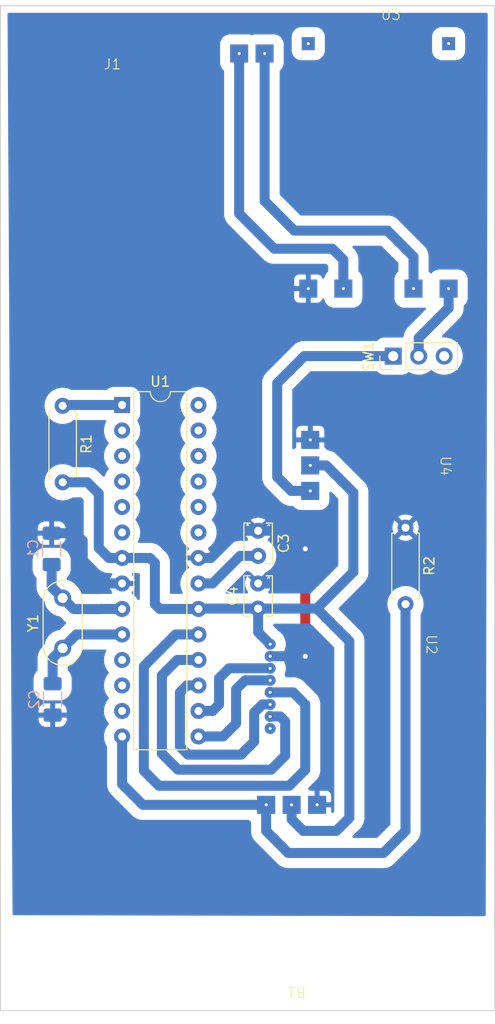
<source format=kicad_pcb>
(kicad_pcb (version 20221018) (generator pcbnew)
  (layers (0 "F.Cu" signal) (31 "B.Cu" signal) (34 "B.Paste" user) (35 "F.Paste" user) (36 "B.SilkS" user "B.Silkscreen") (37 "F.SilkS" user "F.Silkscreen") (38 "B.Mask" user) (39 "F.Mask" user) (44 "Edge.Cuts" user))
  (net 0 "")
  (net 1 "/SIG")
  (net 2 "+3.3V")
  (net 3 "GND")
  (net 4 "Net-(U1-XTAL1{slash}PB6)")
  (net 5 "Net-(U1-XTAL2{slash}PB7)")
  (net 6 "Net-(U1-AREF)")
  (net 7 "Net-(J1-Pin_1)")
  (net 8 "Net-(U1-~{RESET}{slash}PC6)")
  (net 9 "Net-(SW1-A)")
  (net 19 "/CSN")
  (net 20 "/CE")
  (net 21 "/MOSI")
  (net 22 "/MISO")
  (net 32 "Net-(J1-Pin_2)")
  (net 33 "Net-(SW1-B)")
  (net 34 "/SCK")
  (footprint "Scoreboard:LiPo 502030" (layer "F.Cu") (at 135.225 56.855)
    (fp_text reference "J1" (at 0.05 6.15 unlocked) (layer "F.SilkS") (effects (font (thickness 0.1))))
    (fp_text value "Conn_01x02_Male")
    (pad "1" thru_hole rect (at 12.7 5.08) (size 1.8 1.8) (drill 0.3) (layers "*.Cu" "*.Mask") (net 7 "Net-(J1-Pin_1)"))
    (pad "2" thru_hole rect (at 15.24 5.08) (size 1.8 1.8) (drill 0.3) (layers "*.Cu" "*.Mask") (net 32 "Net-(J1-Pin_2)"))
  )
  (footprint "Scoreboard:TTP223B" (layer "F.Cu") (at 153.62 145.28 180)
    (fp_text reference "B1" (at 0 -10.16 180 unlocked) (layer "F.SilkS") (effects (font (thickness 0.1))))
    (fp_text value "TTP223B")
    (pad "1" thru_hole rect (at 3 8.5 180) (size 1.8 1.8) (drill 0.3) (layers "*.Cu" "*.Mask") (net 1 "/SIG"))
    (pad "2" thru_hole rect (at 0.46 8.5 180) (size 1.8 1.8) (drill 0.3) (layers "*.Cu" "*.Mask") (net 2 "+3.3V"))
    (pad "3" thru_hole rect (at -2.08 8.5 180) (size 1.8 1.8) (drill 0.3) (layers "*.Cu" "*.Mask") (net 3 "GND"))
  )
  (footprint "Capacitor_THT:C_Disc_D3.8mm_W2.6mm_P2.50mm" (layer "F.Cu") (at 149.82 109.48 -90)
    (fp_text reference "C3" (at 1.25 -2.55 90) (layer "F.SilkS"))
    (fp_text value "100nF")
    (fp_line (start -0.77 -1.42) (end -0.77 -0.795) (stroke (width 0.12)) (layer "F.SilkS"))
    (fp_line (start -0.77 -1.42) (end 3.27 -1.42) (stroke (width 0.12)) (layer "F.SilkS"))
    (fp_line (start -0.77 0.795) (end -0.77 1.42) (stroke (width 0.12)) (layer "F.SilkS"))
    (fp_line (start -0.77 1.42) (end 3.27 1.42) (stroke (width 0.12)) (layer "F.SilkS"))
    (fp_line (start 3.27 -1.42) (end 3.27 -0.795) (stroke (width 0.12)) (layer "F.SilkS"))
    (fp_line (start 3.27 0.795) (end 3.27 1.42) (stroke (width 0.12)) (layer "F.SilkS"))
    (pad "1" thru_hole circle (at 0 0 270) (size 1.6 1.6) (drill 0.8) (layers "*.Cu" "*.Mask") (net 3 "GND"))
    (pad "2" thru_hole circle (at 2.5 0 270) (size 1.6 1.6) (drill 0.8) (layers "*.Cu" "*.Mask") (net 6 "Net-(U1-AREF)"))
  )
  (footprint "Capacitor_THT:C_Disc_D3.8mm_W2.6mm_P2.50mm" (layer "F.Cu") (at 149.82 117.23 90)
    (fp_text reference "C4" (at 1.25 -2.55 90) (layer "F.SilkS"))
    (fp_text value "100nF")
    (fp_line (start -0.77 -1.42) (end -0.77 -0.795) (stroke (width 0.12)) (layer "F.SilkS"))
    (fp_line (start -0.77 -1.42) (end 3.27 -1.42) (stroke (width 0.12)) (layer "F.SilkS"))
    (fp_line (start -0.77 0.795) (end -0.77 1.42) (stroke (width 0.12)) (layer "F.SilkS"))
    (fp_line (start -0.77 1.42) (end 3.27 1.42) (stroke (width 0.12)) (layer "F.SilkS"))
    (fp_line (start 3.27 -1.42) (end 3.27 -0.795) (stroke (width 0.12)) (layer "F.SilkS"))
    (fp_line (start 3.27 0.795) (end 3.27 1.42) (stroke (width 0.12)) (layer "F.SilkS"))
    (pad "1" thru_hole circle (at 0 0 90) (size 1.6 1.6) (drill 0.8) (layers "*.Cu" "*.Mask") (net 2 "+3.3V"))
    (pad "2" thru_hole circle (at 2.5 0 90) (size 1.6 1.6) (drill 0.8) (layers "*.Cu" "*.Mask") (net 3 "GND"))
  )
  (footprint "Connector_PinHeader_2.54mm:PinHeader_1x03_P2.54mm_Vertical" (layer "F.Cu") (at 163.295 92.08 90)
    (fp_text reference "SW1" (at -0.050949 -2.472641 90) (layer "F.SilkS"))
    (fp_text value "SW_SPDT")
    (fp_line (start -1.33 -1.33) (end 0 -1.33) (stroke (width 0.12)) (layer "F.SilkS"))
    (fp_line (start -1.33 0) (end -1.33 -1.33) (stroke (width 0.12)) (layer "F.SilkS"))
    (fp_line (start -1.33 1.27) (end -1.33 6.41) (stroke (width 0.12)) (layer "F.SilkS"))
    (fp_line (start -1.33 1.27) (end 1.33 1.27) (stroke (width 0.12)) (layer "F.SilkS"))
    (fp_line (start -1.33 6.41) (end 1.33 6.41) (stroke (width 0.12)) (layer "F.SilkS"))
    (fp_line (start 1.33 1.27) (end 1.33 6.41) (stroke (width 0.12)) (layer "F.SilkS"))
    (pad "1" thru_hole rect (at 0 0 90) (size 1.7 1.7) (drill 1) (layers "*.Cu" "*.Mask") (net 9 "Net-(SW1-A)"))
    (pad "2" thru_hole oval (at 0 2.54 90) (size 1.7 1.7) (drill 1) (layers "*.Cu" "*.Mask") (net 33 "Net-(SW1-B)"))
    (pad "3" thru_hole oval (at 0 5.08 90) (size 1.7 1.7) (drill 1) (layers "*.Cu" "*.Mask"))
  )
  (footprint "Scoreboard:NRF24L01" (layer "F.Cu") (at 170.12 124.98 -90)
    (fp_text reference "U2" (at -4.17 3 -90 unlocked) (layer "F.SilkS") (effects (font (thickness 0.1))))
    (fp_text value "NRF24L01_Breakout")
    (pad "1" thru_hole circle (at -3 19.1 270) (size 1.1 1.1) (drill 0.3) (layers "*.Cu" "*.Mask") (net 3 "GND"))
    (pad "2" thru_hole circle (at -4.2 19.1 270) (size 1.1 1.1) (drill 0.3) (layers "*.Cu" "*.Mask") (net 2 "+3.3V"))
    (pad "3" thru_hole circle (at -1.8 19.1 270) (size 1.1 1.1) (drill 0.3) (layers "*.Cu" "*.Mask") (net 20 "/CE"))
    (pad "4" thru_hole circle (at -0.6 19.1 270) (size 1.1 1.1) (drill 0.3) (layers "*.Cu" "*.Mask") (net 19 "/CSN"))
    (pad "5" thru_hole circle (at 0.6 19.1 270) (size 1.1 1.1) (drill 0.3) (layers "*.Cu" "*.Mask") (net 34 "/SCK"))
    (pad "6" thru_hole circle (at 1.8 19.1 270) (size 1.1 1.1) (drill 0.3) (layers "*.Cu" "*.Mask") (net 21 "/MOSI"))
    (pad "7" thru_hole circle (at 3 19.1 270) (size 1.1 1.1) (drill 0.3) (layers "*.Cu" "*.Mask") (net 22 "/MISO"))
    (pad "8" thru_hole circle (at 4.2 19.1 270) (size 1.1 1.1) (drill 0.3) (layers "*.Cu" "*.Mask"))
  )
  (footprint "Crystal:Resonator-2Pin_W8.0mm_H3.5mm" (layer "F.Cu") (at 130.32 121.18 90)
    (fp_text reference "Y1" (at 2.5 -2.95 90) (layer "F.SilkS"))
    (fp_text value "Crystal")
    (fp_line (start 0.25 -1.95) (end 4.75 -1.95) (stroke (width 0.12)) (layer "F.SilkS"))
    (fp_line (start 0.25 1.95) (end 4.75 1.95) (stroke (width 0.12)) (layer "F.SilkS"))
    (fp_arc (start 0.25 1.95) (mid -1.7 0) (end 0.25 -1.95) (stroke (width 0.12)) (layer "F.SilkS"))
    (fp_arc (start 4.75 -1.95) (mid 6.7 0) (end 4.75 1.95) (stroke (width 0.12)) (layer "F.SilkS"))
    (pad "1" thru_hole circle (at 0 0 90) (size 1.7 1.7) (drill 1) (layers "*.Cu" "*.Mask") (net 5 "Net-(U1-XTAL2{slash}PB7)"))
    (pad "2" thru_hole circle (at 5 0 90) (size 1.7 1.7) (drill 1) (layers "*.Cu" "*.Mask") (net 4 "Net-(U1-XTAL1{slash}PB6)"))
  )
  (footprint "Resistor_THT:R_Axial_DIN0207_L6.3mm_D2.5mm_P7.62mm_Horizontal" (layer "F.Cu") (at 164.52 109.17 -90)
    (fp_text reference "R2" (at 3.81 -2.37 90) (layer "F.SilkS"))
    (fp_text value "10k")
    (fp_line (start 0.54 -1.37) (end 7.08 -1.37) (stroke (width 0.12)) (layer "F.SilkS"))
    (fp_line (start 0.54 -1.04) (end 0.54 -1.37) (stroke (width 0.12)) (layer "F.SilkS"))
    (fp_line (start 0.54 1.04) (end 0.54 1.37) (stroke (width 0.12)) (layer "F.SilkS"))
    (fp_line (start 0.54 1.37) (end 7.08 1.37) (stroke (width 0.12)) (layer "F.SilkS"))
    (fp_line (start 7.08 -1.37) (end 7.08 -1.04) (stroke (width 0.12)) (layer "F.SilkS"))
    (fp_line (start 7.08 1.37) (end 7.08 1.04) (stroke (width 0.12)) (layer "F.SilkS"))
    (pad "1" thru_hole circle (at 0 0 270) (size 1.6 1.6) (drill 0.8) (layers "*.Cu" "*.Mask") (net 3 "GND"))
    (pad "2" thru_hole oval (at 7.62 0 270) (size 1.6 1.6) (drill 0.8) (layers "*.Cu" "*.Mask") (net 1 "/SIG"))
  )
  (footprint "Package_DIP:DIP-28_W7.62mm" (layer "F.Cu") (at 136.25 96.95)
    (fp_text reference "U1" (at 3.81 -2.33) (layer "F.SilkS"))
    (fp_text value "ATmega328P-P")
    (fp_line (start 1.16 -1.33) (end 1.16 34.35) (stroke (width 0.12)) (layer "F.SilkS"))
    (fp_line (start 1.16 34.35) (end 6.46 34.35) (stroke (width 0.12)) (layer "F.SilkS"))
    (fp_line (start 2.81 -1.33) (end 1.16 -1.33) (stroke (width 0.12)) (layer "F.SilkS"))
    (fp_line (start 6.46 -1.33) (end 4.81 -1.33) (stroke (width 0.12)) (layer "F.SilkS"))
    (fp_line (start 6.46 34.35) (end 6.46 -1.33) (stroke (width 0.12)) (layer "F.SilkS"))
    (fp_arc (start 4.81 -1.33) (mid 3.81 -0.33) (end 2.81 -1.33) (stroke (width 0.12)) (layer "F.SilkS"))
    (pad "1" thru_hole rect (at 0 0) (size 1.6 1.6) (drill 0.8) (layers "*.Cu" "*.Mask") (net 8 "Net-(U1-~{RESET}{slash}PC6)"))
    (pad "2" thru_hole oval (at 0 2.54) (size 1.6 1.6) (drill 0.8) (layers "*.Cu" "*.Mask"))
    (pad "3" thru_hole oval (at 0 5.08) (size 1.6 1.6) (drill 0.8) (layers "*.Cu" "*.Mask"))
    (pad "4" thru_hole oval (at 0 7.62) (size 1.6 1.6) (drill 0.8) (layers "*.Cu" "*.Mask"))
    (pad "5" thru_hole oval (at 0 10.16) (size 1.6 1.6) (drill 0.8) (layers "*.Cu" "*.Mask"))
    (pad "6" thru_hole oval (at 0 12.7) (size 1.6 1.6) (drill 0.8) (layers "*.Cu" "*.Mask"))
    (pad "7" thru_hole oval (at 0 15.24) (size 1.6 1.6) (drill 0.8) (layers "*.Cu" "*.Mask") (net 2 "+3.3V"))
    (pad "8" thru_hole oval (at 0 17.78) (size 1.6 1.6) (drill 0.8) (layers "*.Cu" "*.Mask") (net 3 "GND"))
    (pad "9" thru_hole oval (at 0 20.32) (size 1.6 1.6) (drill 0.8) (layers "*.Cu" "*.Mask") (net 4 "Net-(U1-XTAL1{slash}PB6)"))
    (pad "10" thru_hole oval (at 0 22.86) (size 1.6 1.6) (drill 0.8) (layers "*.Cu" "*.Mask") (net 5 "Net-(U1-XTAL2{slash}PB7)"))
    (pad "11" thru_hole oval (at 0 25.4) (size 1.6 1.6) (drill 0.8) (layers "*.Cu" "*.Mask"))
    (pad "12" thru_hole oval (at 0 27.94) (size 1.6 1.6) (drill 0.8) (layers "*.Cu" "*.Mask"))
    (pad "13" thru_hole oval (at 0 30.48) (size 1.6 1.6) (drill 0.8) (layers "*.Cu" "*.Mask"))
    (pad "14" thru_hole oval (at 0 33.02) (size 1.6 1.6) (drill 0.8) (layers "*.Cu" "*.Mask") (net 1 "/SIG"))
    (pad "15" thru_hole oval (at 7.62 33.02) (size 1.6 1.6) (drill 0.8) (layers "*.Cu" "*.Mask") (net 19 "/CSN"))
    (pad "16" thru_hole oval (at 7.62 30.48) (size 1.6 1.6) (drill 0.8) (layers "*.Cu" "*.Mask") (net 20 "/CE"))
    (pad "17" thru_hole oval (at 7.62 27.94) (size 1.6 1.6) (drill 0.8) (layers "*.Cu" "*.Mask") (net 21 "/MOSI"))
    (pad "18" thru_hole oval (at 7.62 25.4) (size 1.6 1.6) (drill 0.8) (layers "*.Cu" "*.Mask") (net 22 "/MISO"))
    (pad "19" thru_hole oval (at 7.62 22.86) (size 1.6 1.6) (drill 0.8) (layers "*.Cu" "*.Mask") (net 34 "/SCK"))
    (pad "20" thru_hole oval (at 7.62 20.32) (size 1.6 1.6) (drill 0.8) (layers "*.Cu" "*.Mask") (net 2 "+3.3V"))
    (pad "21" thru_hole oval (at 7.62 17.78) (size 1.6 1.6) (drill 0.8) (layers "*.Cu" "*.Mask") (net 6 "Net-(U1-AREF)"))
    (pad "22" thru_hole oval (at 7.62 15.24) (size 1.6 1.6) (drill 0.8) (layers "*.Cu" "*.Mask") (net 3 "GND"))
    (pad "23" thru_hole oval (at 7.62 12.7) (size 1.6 1.6) (drill 0.8) (layers "*.Cu" "*.Mask"))
    (pad "24" thru_hole oval (at 7.62 10.16) (size 1.6 1.6) (drill 0.8) (layers "*.Cu" "*.Mask"))
    (pad "25" thru_hole oval (at 7.62 7.62) (size 1.6 1.6) (drill 0.8) (layers "*.Cu" "*.Mask"))
    (pad "26" thru_hole oval (at 7.62 5.08) (size 1.6 1.6) (drill 0.8) (layers "*.Cu" "*.Mask"))
    (pad "27" thru_hole oval (at 7.62 2.54) (size 1.6 1.6) (drill 0.8) (layers "*.Cu" "*.Mask"))
    (pad "28" thru_hole oval (at 7.62 0) (size 1.6 1.6) (drill 0.8) (layers "*.Cu" "*.Mask"))
  )
  (footprint "Scoreboard:AMS1117" (layer "F.Cu") (at 168.02 103.03 -90)
    (fp_text reference "U4" (at 0 -0.5 -90 unlocked) (layer "F.SilkS") (effects (font (thickness 0.1))))
    (fp_text value "AMS1117-3.3_module")
    (pad "1" thru_hole rect (at 2.48 13 270) (size 1.8 1.8) (drill 0.3) (layers "*.Cu" "*.Mask") (net 9 "Net-(SW1-A)"))
    (pad "2" thru_hole rect (at -0.06 13 270) (size 1.8 1.8) (drill 0.3) (layers "*.Cu" "*.Mask") (net 2 "+3.3V"))
    (pad "3" thru_hole rect (at -2.6 13 270) (size 1.8 1.8) (drill 0.3) (layers "*.Cu" "*.Mask") (net 3 "GND"))
  )
  (footprint "Scoreboard:TP4056" (layer "F.Cu") (at 162.52 57.155)
    (fp_text reference "U3" (at 0.537359 0.925 unlocked) (layer "F.SilkS") (effects (font (thickness 0.1))))
    (fp_text value "TP4056")
    (pad "1" thru_hole rect (at 6.3 3.8) (size 1.3 1.3) (drill 0.3) (layers "*.Cu" "*.Mask"))
    (pad "2" thru_hole rect (at -7.7 3.8) (size 1.3 1.3) (drill 0.3) (layers "*.Cu" "*.Mask"))
    (pad "3" thru_hole rect (at 6.3 28.2) (size 1.8 1.8) (drill 0.3) (layers "*.Cu" "*.Mask") (net 33 "Net-(SW1-B)"))
    (pad "4" thru_hole rect (at 2.8 28.2) (size 1.8 1.8) (drill 0.3) (layers "*.Cu" "*.Mask") (net 32 "Net-(J1-Pin_2)"))
    (pad "5" thru_hole rect (at -4.2 28.2) (size 1.8 1.8) (drill 0.3) (layers "*.Cu" "*.Mask" "Eco2.User") (net 7 "Net-(J1-Pin_1)"))
    (pad "6" thru_hole rect (at -7.7 28.2) (size 1.8 1.8) (drill 0.3) (layers "*.Cu" "*.Mask") (net 3 "GND"))
  )
  (footprint "Resistor_THT:R_Axial_DIN0207_L6.3mm_D2.5mm_P7.62mm_Horizontal" (layer "F.Cu") (at 130.32 97.03 -90)
    (fp_text reference "R1" (at 3.81 -2.37 90) (layer "F.SilkS"))
    (fp_text value "10k")
    (fp_line (start 0.54 -1.37) (end 7.08 -1.37) (stroke (width 0.12)) (layer "F.SilkS"))
    (fp_line (start 0.54 -1.04) (end 0.54 -1.37) (stroke (width 0.12)) (layer "F.SilkS"))
    (fp_line (start 0.54 1.04) (end 0.54 1.37) (stroke (width 0.12)) (layer "F.SilkS"))
    (fp_line (start 0.54 1.37) (end 7.08 1.37) (stroke (width 0.12)) (layer "F.SilkS"))
    (fp_line (start 7.08 -1.37) (end 7.08 -1.04) (stroke (width 0.12)) (layer "F.SilkS"))
    (fp_line (start 7.08 1.37) (end 7.08 1.04) (stroke (width 0.12)) (layer "F.SilkS"))
    (pad "1" thru_hole circle (at 0 0 270) (size 1.6 1.6) (drill 0.8) (layers "*.Cu" "*.Mask") (net 8 "Net-(U1-~{RESET}{slash}PC6)"))
    (pad "2" thru_hole oval (at 7.62 0 270) (size 1.6 1.6) (drill 0.8) (layers "*.Cu" "*.Mask") (net 2 "+3.3V"))
  )
  (footprint "Capacitor_SMD:C_1206_3216Metric_Pad1.33x1.80mm_HandSolder" (layer "B.Cu") (at 129.22 111.28 -90)
    (fp_text reference "C1" (at 0 1.85 90) (layer "B.SilkS") (effects (justify mirror)))
    (fp_text value "22pF")
    (fp_line (start -0.711252 -0.91) (end 0.711252 -0.91) (stroke (width 0.12)) (layer "B.SilkS"))
    (fp_line (start -0.711252 0.91) (end 0.711252 0.91) (stroke (width 0.12)) (layer "B.SilkS"))
    (pad "1" smd roundrect (at -1.5625 0 270) (size 1.325 1.8) (layers "B.Cu" "B.Paste" "B.Mask") (roundrect_rratio 0.188679) (net 3 "GND"))
    (pad "2" smd roundrect (at 1.5625 0 270) (size 1.325 1.8) (layers "B.Cu" "B.Paste" "B.Mask") (roundrect_rratio 0.188679) (net 4 "Net-(U1-XTAL1{slash}PB6)"))
  )
  (footprint "Capacitor_SMD:C_1206_3216Metric_Pad1.33x1.80mm_HandSolder" (layer "B.Cu") (at 129.32 126.28 -90)
    (fp_text reference "C2" (at 0 1.85 90) (layer "B.SilkS") (effects (justify mirror)))
    (fp_text value "22pF")
    (fp_line (start -0.711252 -0.91) (end 0.711252 -0.91) (stroke (width 0.12)) (layer "B.SilkS"))
    (fp_line (start -0.711252 0.91) (end 0.711252 0.91) (stroke (width 0.12)) (layer "B.SilkS"))
    (pad "1" smd roundrect (at -1.5625 0 270) (size 1.325 1.8) (layers "B.Cu" "B.Paste" "B.Mask") (roundrect_rratio 0.188679) (net 5 "Net-(U1-XTAL2{slash}PB7)"))
    (pad "2" smd roundrect (at 1.5625 0 270) (size 1.325 1.8) (layers "B.Cu" "B.Paste" "B.Mask") (roundrect_rratio 0.188679) (net 3 "GND"))
  )
  (gr_rect (start 124.12 57.18) (end 173.42 157.28) (stroke (width 0.1)) (fill none) (layer "Edge.Cuts"))
  (segment (start 138.32 136.78) (end 150.62 136.78) (width 1) (layer "B.Cu") (net 1))
  (segment (start 136.25 134.71) (end 138.32 136.78) (width 1) (layer "B.Cu") (net 1))
  (segment (start 162.32 141.58) (end 164.52 139.38) (width 1) (layer "B.Cu") (net 1))
  (segment (start 152.82 141.58) (end 162.32 141.58) (width 1) (layer "B.Cu") (net 1))
  (segment (start 136.25 129.97) (end 136.25 134.71) (width 1) (layer "B.Cu") (net 1))
  (segment (start 150.62 139.38) (end 152.82 141.58) (width 1) (layer "B.Cu") (net 1))
  (segment (start 164.52 139.38) (end 164.52 116.79) (width 1) (layer "B.Cu") (net 1))
  (segment (start 150.62 136.78) (end 150.62 139.38) (width 1) (layer "B.Cu") (net 1))
  (segment (start 149.78 117.27) (end 149.82 117.23) (width 0.25) (layer "F.Cu") (net 2))
  (segment (start 143.88 117.28) (end 143.87 117.27) (width 0.25) (layer "F.Cu") (net 2))
  (segment (start 139.52 112.68) (end 139.52 116.78) (width 1) (layer "B.Cu") (net 2))
  (segment (start 153.16 136.78) (end 153.16 138.22) (width 1) (layer "B.Cu") (net 2))
  (segment (start 140.01 117.27) (end 143.87 117.27) (width 1) (layer "B.Cu") (net 2))
  (segment (start 159.32 113.58) (end 155.67 117.23) (width 1) (layer "B.Cu") (net 2))
  (segment (start 132.79 104.65) (end 130.32 104.65) (width 1) (layer "B.Cu") (net 2))
  (segment (start 153.16 138.22) (end 154.32 139.38) (width 1) (layer "B.Cu") (net 2))
  (segment (start 151.02 120.78) (end 149.82 119.58) (width 1) (layer "B.Cu") (net 2))
  (segment (start 155.02 102.97) (end 156.61 102.97) (width 1) (layer "B.Cu") (net 2))
  (segment (start 156.61 102.97) (end 159.32 105.68) (width 1) (layer "B.Cu") (net 2))
  (segment (start 139.52 116.78) (end 140.01 117.27) (width 1) (layer "B.Cu") (net 2))
  (segment (start 154.32 139.38) (end 157.62 139.38) (width 1) (layer "B.Cu") (net 2))
  (segment (start 157.62 139.38) (end 158.92 138.08) (width 1) (layer "B.Cu") (net 2))
  (segment (start 149.82 117.23) (end 143.91 117.23) (width 1) (layer "B.Cu") (net 2))
  (segment (start 139.03 112.19) (end 139.52 112.68) (width 1) (layer "B.Cu") (net 2))
  (segment (start 133.92 105.78) (end 132.79 104.65) (width 1) (layer "B.Cu") (net 2))
  (segment (start 136.25 112.19) (end 134.93 112.19) (width 1) (layer "B.Cu") (net 2))
  (segment (start 136.25 112.19) (end 139.03 112.19) (width 1) (layer "B.Cu") (net 2))
  (segment (start 149.82 119.58) (end 149.82 117.23) (width 1) (layer "B.Cu") (net 2))
  (segment (start 158.92 138.08) (end 158.92 120.48) (width 1) (layer "B.Cu") (net 2))
  (segment (start 133.92 111.18) (end 133.92 105.78) (width 1) (layer "B.Cu") (net 2))
  (segment (start 158.92 120.48) (end 155.67 117.23) (width 1) (layer "B.Cu") (net 2))
  (segment (start 155.67 117.23) (end 149.82 117.23) (width 1) (layer "B.Cu") (net 2))
  (segment (start 159.32 105.68) (end 159.32 113.58) (width 1) (layer "B.Cu") (net 2))
  (segment (start 143.91 117.23) (end 143.87 117.27) (width 0.25) (layer "B.Cu") (net 2))
  (segment (start 134.93 112.19) (end 133.92 111.18) (width 1) (layer "B.Cu") (net 2))
  (segment (start 154.52 121.98) (end 154.52 111.28) (width 1) (layer "F.Cu") (net 3))
  (via (at 154.52 111.28) (size 1.5) (drill 0.5) (layers "F.Cu" "B.Cu") (net 3))
  (via (at 154.52 121.98) (size 1.5) (drill 0.5) (layers "F.Cu" "B.Cu") (net 3))
  (segment (start 149.82 114.73) (end 153.87 114.73) (width 1) (layer "B.Cu") (net 3))
  (segment (start 151.02 121.98) (end 154.52 121.98) (width 1) (layer "B.Cu") (net 3))
  (segment (start 154.52 114.08) (end 154.52 111.28) (width 1) (layer "B.Cu") (net 3))
  (segment (start 134.57 114.73) (end 132.32 112.48) (width 1) (layer "B.Cu") (net 3))
  (segment (start 147.82 109.48) (end 149.82 109.48) (width 1) (layer "B.Cu") (net 3))
  (segment (start 152.72 109.48) (end 154.52 111.28) (width 1) (layer "B.Cu") (net 3))
  (segment (start 136.25 114.73) (end 134.57 114.73) (width 1) (layer "B.Cu") (net 3))
  (segment (start 145.11 112.19) (end 147.82 109.48) (width 1) (layer "B.Cu") (net 3))
  (segment (start 149.82 109.48) (end 152.72 109.48) (width 1) (layer "B.Cu") (net 3))
  (segment (start 153.87 114.73) (end 154.52 114.08) (width 1) (layer "B.Cu") (net 3))
  (segment (start 132.32 110.48) (end 131.5575 109.7175) (width 1) (layer "B.Cu") (net 3))
  (segment (start 131.5575 109.7175) (end 129.22 109.7175) (width 1) (layer "B.Cu") (net 3))
  (segment (start 132.32 112.48) (end 132.32 110.48) (width 1) (layer "B.Cu") (net 3))
  (segment (start 143.87 112.19) (end 145.11 112.19) (width 1) (layer "B.Cu") (net 3))
  (segment (start 129.22 112.8425) (end 129.22 115.08) (width 1) (layer "B.Cu") (net 4))
  (segment (start 134.22 117.28) (end 134.23 117.27) (width 1) (layer "B.Cu") (net 4))
  (segment (start 129.22 115.08) (end 130.32 116.18) (width 1) (layer "B.Cu") (net 4))
  (segment (start 134.23 117.27) (end 136.25 117.27) (width 1) (layer "B.Cu") (net 4))
  (segment (start 131.42 117.28) (end 134.22 117.28) (width 1) (layer "B.Cu") (net 4))
  (segment (start 130.32 116.18) (end 131.42 117.28) (width 1) (layer "B.Cu") (net 4))
  (segment (start 129.32 122.18) (end 130.32 121.18) (width 1) (layer "B.Cu") (net 5))
  (segment (start 136.25 119.81) (end 131.69 119.81) (width 1) (layer "B.Cu") (net 5))
  (segment (start 129.32 124.7175) (end 129.32 122.18) (width 1) (layer "B.Cu") (net 5))
  (segment (start 131.69 119.81) (end 130.32 121.18) (width 1) (layer "B.Cu") (net 5))
  (segment (start 148.02 111.98) (end 149.82 111.98) (width 1) (layer "B.Cu") (net 6))
  (segment (start 145.27 114.73) (end 148.02 111.98) (width 1) (layer "B.Cu") (net 6))
  (segment (start 143.87 114.73) (end 145.27 114.73) (width 1) (layer "B.Cu") (net 6))
  (segment (start 157.22 81.38) (end 158.32 82.48) (width 1) (layer "B.Cu") (net 7))
  (segment (start 147.925 61.935) (end 147.925 77.885) (width 1) (layer "B.Cu") (net 7))
  (segment (start 151.42 81.38) (end 157.22 81.38) (width 1) (layer "B.Cu") (net 7))
  (segment (start 147.925 77.885) (end 151.42 81.38) (width 1) (layer "B.Cu") (net 7))
  (segment (start 158.32 82.48) (end 158.32 85.355) (width 1) (layer "B.Cu") (net 7))
  (segment (start 136.17 97.03) (end 136.25 96.95) (width 0.4) (layer "F.Cu") (net 8))
  (segment (start 130.4 96.95) (end 130.32 97.03) (width 0.4) (layer "B.Cu") (net 8))
  (segment (start 136.17 97.03) (end 136.25 96.95) (width 1) (layer "B.Cu") (net 8))
  (segment (start 136.25 96.95) (end 130.4 96.95) (width 1) (layer "B.Cu") (net 8))
  (segment (start 151.72 94.78) (end 154.42 92.08) (width 1) (layer "B.Cu") (net 9))
  (segment (start 154.42 92.08) (end 163.295 92.08) (width 1) (layer "B.Cu") (net 9))
  (segment (start 155.02 105.51) (end 153.12 105.51) (width 1) (layer "B.Cu") (net 9))
  (segment (start 151.72 104.11) (end 151.72 94.78) (width 1) (layer "B.Cu") (net 9))
  (segment (start 153.12 105.51) (end 151.72 104.11) (width 1) (layer "B.Cu") (net 9))
  (segment (start 147.62 125.28) (end 148.52 124.38) (width 1) (layer "B.Cu") (net 19))
  (segment (start 147.62 128.68) (end 147.62 125.28) (width 1) (layer "B.Cu") (net 19))
  (segment (start 146.33 129.97) (end 147.62 128.68) (width 1) (layer "B.Cu") (net 19))
  (segment (start 148.52 124.38) (end 151.02 124.38) (width 1) (layer "B.Cu") (net 19))
  (segment (start 143.87 129.97) (end 146.33 129.97) (width 1) (layer "B.Cu") (net 19))
  (segment (start 145.27 127.43) (end 145.92 126.78) (width 1) (layer "B.Cu") (net 20))
  (segment (start 146.92 123.18) (end 151.02 123.18) (width 1) (layer "B.Cu") (net 20))
  (segment (start 143.87 127.43) (end 145.27 127.43) (width 1) (layer "B.Cu") (net 20))
  (segment (start 145.92 124.18) (end 146.92 123.18) (width 1) (layer "B.Cu") (net 20))
  (segment (start 145.92 126.78) (end 145.92 124.18) (width 1) (layer "B.Cu") (net 20))
  (segment (start 142.02 125.58) (end 142.72 124.88) (width 1) (layer "B.Cu") (net 21))
  (segment (start 149.42 130.48) (end 148.12 131.78) (width 1) (layer "B.Cu") (net 21))
  (segment (start 148.12 131.78) (end 142.82 131.78) (width 1) (layer "B.Cu") (net 21))
  (segment (start 142.02 130.98) (end 142.02 125.58) (width 1) (layer "B.Cu") (net 21))
  (segment (start 142.73 124.89) (end 143.87 124.89) (width 1) (layer "B.Cu") (net 21))
  (segment (start 150.242183 126.78) (end 149.42 127.602183) (width 1) (layer "B.Cu") (net 21))
  (segment (start 142.82 131.78) (end 142.02 130.98) (width 1) (layer "B.Cu") (net 21))
  (segment (start 142.72 124.88) (end 142.73 124.89) (width 1) (layer "B.Cu") (net 21))
  (segment (start 149.42 127.602183) (end 149.42 130.48) (width 1) (layer "B.Cu") (net 21))
  (segment (start 151.02 126.78) (end 150.242183 126.78) (width 1) (layer "B.Cu") (net 21))
  (segment (start 151.12 133.28) (end 141.82 133.28) (width 1) (layer "B.Cu") (net 22))
  (segment (start 152.52 128.48) (end 152.52 131.88) (width 1) (layer "B.Cu") (net 22))
  (segment (start 140.22 123.88) (end 141.75 122.35) (width 1) (layer "B.Cu") (net 22))
  (segment (start 140.22 131.68) (end 140.22 123.88) (width 1) (layer "B.Cu") (net 22))
  (segment (start 152.52 131.88) (end 151.12 133.28) (width 1) (layer "B.Cu") (net 22))
  (segment (start 152.02 127.98) (end 152.52 128.48) (width 1) (layer "B.Cu") (net 22))
  (segment (start 151.02 127.98) (end 152.02 127.98) (width 1) (layer "B.Cu") (net 22))
  (segment (start 141.82 133.28) (end 140.22 131.68) (width 1) (layer "B.Cu") (net 22))
  (segment (start 141.75 122.35) (end 143.87 122.35) (width 1) (layer "B.Cu") (net 22))
  (segment (start 150.465 61.935) (end 150.465 76.625) (width 1) (layer "B.Cu") (net 32))
  (segment (start 165.32 82.18) (end 165.32 85.355) (width 1) (layer "B.Cu") (net 32))
  (segment (start 162.72 79.58) (end 165.32 82.18) (width 1) (layer "B.Cu") (net 32))
  (segment (start 150.465 76.625) (end 153.42 79.58) (width 1) (layer "B.Cu") (net 32))
  (segment (start 153.42 79.58) (end 162.72 79.58) (width 1) (layer "B.Cu") (net 32))
  (segment (start 165.835 92.08) (end 165.835 90.265) (width 1) (layer "B.Cu") (net 33))
  (segment (start 165.835 90.265) (end 168.82 87.28) (width 1) (layer "B.Cu") (net 33))
  (segment (start 168.82 87.28) (end 168.82 85.355) (width 1) (layer "B.Cu") (net 33))
  (segment (start 144.3 119.38) (end 143.87 119.81) (width 0.4) (layer "F.Cu") (net 34))
  (segment (start 139.92 134.88) (end 152.92 134.88) (width 1) (layer "B.Cu") (net 34))
  (segment (start 154.52 133.28) (end 154.52 126.78) (width 1) (layer "B.Cu") (net 34))
  (segment (start 154.52 126.78) (end 153.32 125.58) (width 1) (layer "B.Cu") (net 34))
  (segment (start 141.59 119.81) (end 138.42 122.98) (width 1) (layer "B.Cu") (net 34))
  (segment (start 138.42 133.38) (end 139.92 134.88) (width 1) (layer "B.Cu") (net 34))
  (segment (start 152.92 134.88) (end 154.52 133.28) (width 1) (layer "B.Cu") (net 34))
  (segment (start 153.32 125.58) (end 151.02 125.58) (width 1) (layer "B.Cu") (net 34))
  (segment (start 138.42 122.98) (end 138.42 133.38) (width 1) (layer "B.Cu") (net 34))
  (segment (start 143.87 119.81) (end 141.59 119.81) (width 1) (layer "B.Cu") (net 34))
  (zone (net 3) (net_name "GND") (layer "B.Cu") (connect_pads (clearance 1)) (min_thickness 0.25) (fill yes (thermal_gap 0.5) (thermal_bridge_width 0.5))
    (polygon (pts (xy 124.82 57.88) (xy 172.72 57.88) (xy 172.52 147.88) (xy 125.32 147.78)))
  )
)
</source>
